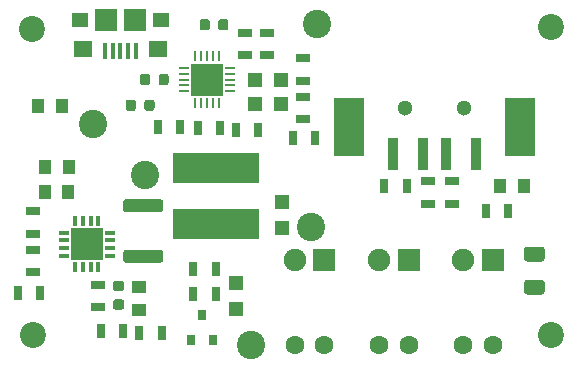
<source format=gts>
%TF.GenerationSoftware,KiCad,Pcbnew,(5.1.8)-1*%
%TF.CreationDate,2021-04-18T19:42:35-04:00*%
%TF.ProjectId,AndrewPowerbank,416e6472-6577-4506-9f77-657262616e6b,rev?*%
%TF.SameCoordinates,Original*%
%TF.FileFunction,Soldermask,Top*%
%TF.FilePolarity,Negative*%
%FSLAX46Y46*%
G04 Gerber Fmt 4.6, Leading zero omitted, Abs format (unit mm)*
G04 Created by KiCad (PCBNEW (5.1.8)-1) date 2021-04-18 19:42:35*
%MOMM*%
%LPD*%
G01*
G04 APERTURE LIST*
%ADD10R,2.500000X5.000000*%
%ADD11R,0.900000X2.800000*%
%ADD12C,1.300000*%
%ADD13C,1.600000*%
%ADD14C,1.900000*%
%ADD15R,1.900000X1.900000*%
%ADD16R,0.700000X1.300000*%
%ADD17R,7.315200X2.590800*%
%ADD18C,2.200000*%
%ADD19R,1.300000X0.700000*%
%ADD20R,1.000000X1.250000*%
%ADD21R,1.250000X1.000000*%
%ADD22R,1.200000X1.200000*%
%ADD23R,1.450000X1.300000*%
%ADD24R,1.600000X1.400000*%
%ADD25R,0.400000X1.350000*%
%ADD26R,0.800000X0.900000*%
%ADD27C,2.400000*%
%ADD28R,2.700000X2.700000*%
%ADD29R,0.810000X0.260000*%
%ADD30R,0.260000X0.810000*%
%ADD31R,0.340000X0.810000*%
%ADD32R,0.810000X0.340000*%
G04 APERTURE END LIST*
D10*
%TO.C,J3*%
X60283520Y-82326280D03*
X74783520Y-82326280D03*
D11*
X66533520Y-84576280D03*
X71033520Y-84576280D03*
X68533520Y-84576280D03*
X64033520Y-84576280D03*
D12*
X65033520Y-80726280D03*
X70033520Y-80726280D03*
%TD*%
D13*
%TO.C,J1*%
X62879600Y-100804400D03*
X65379600Y-100804400D03*
D14*
X62879600Y-93624400D03*
D15*
X65379600Y-93624400D03*
%TD*%
D16*
%TO.C,R20*%
X50739000Y-82562700D03*
X52639000Y-82562700D03*
%TD*%
%TO.C,R19*%
X57454840Y-83281520D03*
X55554840Y-83281520D03*
%TD*%
D17*
%TO.C,L1*%
X49022000Y-90513400D03*
X49022000Y-85813400D03*
%TD*%
D18*
%TO.C,REF\u002A\u002A*%
X77368400Y-73837800D03*
%TD*%
%TO.C,REF\u002A\u002A*%
X33528000Y-99898200D03*
%TD*%
%TO.C,REF\u002A\u002A*%
X33451800Y-74041000D03*
%TD*%
%TO.C,REF\u002A\u002A*%
X77444600Y-99974400D03*
%TD*%
D19*
%TO.C,R7*%
X33528000Y-91374000D03*
X33528000Y-89474000D03*
%TD*%
%TO.C,R13*%
X51485800Y-74361000D03*
X51485800Y-76261000D03*
%TD*%
D13*
%TO.C,J5*%
X55716800Y-100804400D03*
X58216800Y-100804400D03*
D14*
X55716800Y-93624400D03*
D15*
X58216800Y-93624400D03*
%TD*%
D13*
%TO.C,J2*%
X69991600Y-100804400D03*
X72491600Y-100804400D03*
D14*
X69991600Y-93624400D03*
D15*
X72491600Y-93624400D03*
%TD*%
%TO.C,C7*%
G36*
G01*
X43838580Y-80238890D02*
X43838580Y-80751390D01*
G75*
G02*
X43619830Y-80970140I-218750J0D01*
G01*
X43182330Y-80970140D01*
G75*
G02*
X42963580Y-80751390I0J218750D01*
G01*
X42963580Y-80238890D01*
G75*
G02*
X43182330Y-80020140I218750J0D01*
G01*
X43619830Y-80020140D01*
G75*
G02*
X43838580Y-80238890I0J-218750D01*
G01*
G37*
G36*
G01*
X42263580Y-80238890D02*
X42263580Y-80751390D01*
G75*
G02*
X42044830Y-80970140I-218750J0D01*
G01*
X41607330Y-80970140D01*
G75*
G02*
X41388580Y-80751390I0J218750D01*
G01*
X41388580Y-80238890D01*
G75*
G02*
X41607330Y-80020140I218750J0D01*
G01*
X42044830Y-80020140D01*
G75*
G02*
X42263580Y-80238890I0J-218750D01*
G01*
G37*
%TD*%
D20*
%TO.C,C1*%
X73112120Y-87330280D03*
X75112120Y-87330280D03*
%TD*%
%TO.C,C2*%
X36013900Y-80568800D03*
X34013900Y-80568800D03*
%TD*%
%TO.C,C3*%
G36*
G01*
X47649680Y-73928950D02*
X47649680Y-73416450D01*
G75*
G02*
X47868430Y-73197700I218750J0D01*
G01*
X48305930Y-73197700D01*
G75*
G02*
X48524680Y-73416450I0J-218750D01*
G01*
X48524680Y-73928950D01*
G75*
G02*
X48305930Y-74147700I-218750J0D01*
G01*
X47868430Y-74147700D01*
G75*
G02*
X47649680Y-73928950I0J218750D01*
G01*
G37*
G36*
G01*
X49224680Y-73928950D02*
X49224680Y-73416450D01*
G75*
G02*
X49443430Y-73197700I218750J0D01*
G01*
X49880930Y-73197700D01*
G75*
G02*
X50099680Y-73416450I0J-218750D01*
G01*
X50099680Y-73928950D01*
G75*
G02*
X49880930Y-74147700I-218750J0D01*
G01*
X49443430Y-74147700D01*
G75*
G02*
X49224680Y-73928950I0J218750D01*
G01*
G37*
%TD*%
%TO.C,C4*%
X34534600Y-87833200D03*
X36534600Y-87833200D03*
%TD*%
%TO.C,C5*%
G36*
G01*
X43477700Y-78051950D02*
X43477700Y-78564450D01*
G75*
G02*
X43258950Y-78783200I-218750J0D01*
G01*
X42821450Y-78783200D01*
G75*
G02*
X42602700Y-78564450I0J218750D01*
G01*
X42602700Y-78051950D01*
G75*
G02*
X42821450Y-77833200I218750J0D01*
G01*
X43258950Y-77833200D01*
G75*
G02*
X43477700Y-78051950I0J-218750D01*
G01*
G37*
G36*
G01*
X45052700Y-78051950D02*
X45052700Y-78564450D01*
G75*
G02*
X44833950Y-78783200I-218750J0D01*
G01*
X44396450Y-78783200D01*
G75*
G02*
X44177700Y-78564450I0J218750D01*
G01*
X44177700Y-78051950D01*
G75*
G02*
X44396450Y-77833200I218750J0D01*
G01*
X44833950Y-77833200D01*
G75*
G02*
X45052700Y-78051950I0J-218750D01*
G01*
G37*
%TD*%
%TO.C,C6*%
X36560000Y-85674200D03*
X34560000Y-85674200D03*
%TD*%
%TO.C,C8*%
G36*
G01*
X40536150Y-96920800D02*
X41048650Y-96920800D01*
G75*
G02*
X41267400Y-97139550I0J-218750D01*
G01*
X41267400Y-97577050D01*
G75*
G02*
X41048650Y-97795800I-218750J0D01*
G01*
X40536150Y-97795800D01*
G75*
G02*
X40317400Y-97577050I0J218750D01*
G01*
X40317400Y-97139550D01*
G75*
G02*
X40536150Y-96920800I218750J0D01*
G01*
G37*
G36*
G01*
X40536150Y-95345800D02*
X41048650Y-95345800D01*
G75*
G02*
X41267400Y-95564550I0J-218750D01*
G01*
X41267400Y-96002050D01*
G75*
G02*
X41048650Y-96220800I-218750J0D01*
G01*
X40536150Y-96220800D01*
G75*
G02*
X40317400Y-96002050I0J218750D01*
G01*
X40317400Y-95564550D01*
G75*
G02*
X40536150Y-95345800I218750J0D01*
G01*
G37*
%TD*%
D21*
%TO.C,C9*%
X42519600Y-95859600D03*
X42519600Y-97859600D03*
%TD*%
%TO.C,C10*%
G36*
G01*
X41425198Y-92710200D02*
X44325202Y-92710200D01*
G75*
G02*
X44575200Y-92960198I0J-249998D01*
G01*
X44575200Y-93585202D01*
G75*
G02*
X44325202Y-93835200I-249998J0D01*
G01*
X41425198Y-93835200D01*
G75*
G02*
X41175200Y-93585202I0J249998D01*
G01*
X41175200Y-92960198D01*
G75*
G02*
X41425198Y-92710200I249998J0D01*
G01*
G37*
G36*
G01*
X41425198Y-88435200D02*
X44325202Y-88435200D01*
G75*
G02*
X44575200Y-88685198I0J-249998D01*
G01*
X44575200Y-89310202D01*
G75*
G02*
X44325202Y-89560200I-249998J0D01*
G01*
X41425198Y-89560200D01*
G75*
G02*
X41175200Y-89310202I0J249998D01*
G01*
X41175200Y-88685198D01*
G75*
G02*
X41425198Y-88435200I249998J0D01*
G01*
G37*
%TD*%
D22*
%TO.C,D1*%
X54541600Y-78333600D03*
X52341600Y-78333600D03*
%TD*%
%TO.C,D2*%
X54528900Y-80352900D03*
X52328900Y-80352900D03*
%TD*%
%TO.C,D3*%
X50698400Y-97747000D03*
X50698400Y-95547000D03*
%TD*%
%TO.C,D4*%
X54660800Y-88689000D03*
X54660800Y-90889000D03*
%TD*%
%TO.C,F1*%
G36*
G01*
X76621800Y-96513000D02*
X75371800Y-96513000D01*
G75*
G02*
X75121800Y-96263000I0J250000D01*
G01*
X75121800Y-95513000D01*
G75*
G02*
X75371800Y-95263000I250000J0D01*
G01*
X76621800Y-95263000D01*
G75*
G02*
X76871800Y-95513000I0J-250000D01*
G01*
X76871800Y-96263000D01*
G75*
G02*
X76621800Y-96513000I-250000J0D01*
G01*
G37*
G36*
G01*
X76621800Y-93713000D02*
X75371800Y-93713000D01*
G75*
G02*
X75121800Y-93463000I0J250000D01*
G01*
X75121800Y-92713000D01*
G75*
G02*
X75371800Y-92463000I250000J0D01*
G01*
X76621800Y-92463000D01*
G75*
G02*
X76871800Y-92713000I0J-250000D01*
G01*
X76871800Y-93463000D01*
G75*
G02*
X76621800Y-93713000I-250000J0D01*
G01*
G37*
%TD*%
D15*
%TO.C,J4*%
X39744800Y-73253600D03*
X42144800Y-73253600D03*
D23*
X44369800Y-73253600D03*
X37519800Y-73253600D03*
D24*
X37744800Y-75703600D03*
X44144800Y-75703600D03*
D25*
X39644800Y-75928600D03*
X40294800Y-75928600D03*
X40944800Y-75928600D03*
X41594800Y-75928600D03*
X42244800Y-75928600D03*
%TD*%
D26*
%TO.C,Q1*%
X46903600Y-100364000D03*
X48803600Y-100364000D03*
X47853600Y-98264000D03*
%TD*%
D19*
%TO.C,R1*%
X67000120Y-86913680D03*
X67000120Y-88813680D03*
%TD*%
D16*
%TO.C,R2*%
X65206920Y-87330280D03*
X63306920Y-87330280D03*
%TD*%
D19*
%TO.C,R3*%
X69006720Y-88813680D03*
X69006720Y-86913680D03*
%TD*%
D16*
%TO.C,R4*%
X73766720Y-89438480D03*
X71866720Y-89438480D03*
%TD*%
%TO.C,R5*%
X49425900Y-82372200D03*
X47525900Y-82372200D03*
%TD*%
%TO.C,R6*%
X44114720Y-82362040D03*
X46014720Y-82362040D03*
%TD*%
D19*
%TO.C,R8*%
X33528000Y-94625200D03*
X33528000Y-92725200D03*
%TD*%
D16*
%TO.C,R9*%
X34173200Y-96393000D03*
X32273200Y-96393000D03*
%TD*%
D19*
%TO.C,R10*%
X53403500Y-74361000D03*
X53403500Y-76261000D03*
%TD*%
%TO.C,R11*%
X56426100Y-78394600D03*
X56426100Y-76494600D03*
%TD*%
%TO.C,R12*%
X56413400Y-79745800D03*
X56413400Y-81645800D03*
%TD*%
%TO.C,R14*%
X39014400Y-97571600D03*
X39014400Y-95671600D03*
%TD*%
D16*
%TO.C,R15*%
X41183600Y-99618800D03*
X39283600Y-99618800D03*
%TD*%
%TO.C,R16*%
X47106800Y-96469200D03*
X49006800Y-96469200D03*
%TD*%
%TO.C,R17*%
X44460200Y-99771200D03*
X42560200Y-99771200D03*
%TD*%
%TO.C,R18*%
X49006800Y-94335600D03*
X47106800Y-94335600D03*
%TD*%
D27*
%TO.C,TP1*%
X38623240Y-82113120D03*
%TD*%
%TO.C,TP2*%
X57594500Y-73571100D03*
%TD*%
%TO.C,TP3*%
X43014900Y-86372700D03*
%TD*%
%TO.C,TP4*%
X57099200Y-90792300D03*
%TD*%
%TO.C,TP5*%
X52044600Y-100787200D03*
%TD*%
D28*
%TO.C,U1*%
X48260000Y-78308200D03*
D29*
X46305000Y-79308200D03*
X46305000Y-78808200D03*
X46305000Y-78308200D03*
X46305000Y-77808200D03*
X46305000Y-77308200D03*
D30*
X47260000Y-76353200D03*
X47760000Y-76353200D03*
X48260000Y-76353200D03*
X48760000Y-76353200D03*
X49260000Y-76353200D03*
D29*
X50215000Y-77308200D03*
X50215000Y-77808200D03*
X50215000Y-78308200D03*
X50215000Y-78808200D03*
X50215000Y-79308200D03*
D30*
X49260000Y-80263200D03*
X48760000Y-80263200D03*
X48260000Y-80263200D03*
X47760000Y-80263200D03*
X47260000Y-80263200D03*
%TD*%
D28*
%TO.C,U2*%
X38100000Y-92252800D03*
D31*
X39075000Y-94207800D03*
X38425000Y-94207800D03*
X37775000Y-94207800D03*
X37125000Y-94207800D03*
D32*
X36145000Y-93227800D03*
X36145000Y-92577800D03*
X36145000Y-91927800D03*
X36145000Y-91277800D03*
D31*
X37125000Y-90297800D03*
X37775000Y-90297800D03*
X38425000Y-90297800D03*
X39075000Y-90297800D03*
D32*
X40055000Y-91277800D03*
X40055000Y-91927800D03*
X40055000Y-92577800D03*
X40055000Y-93227800D03*
%TD*%
M02*

</source>
